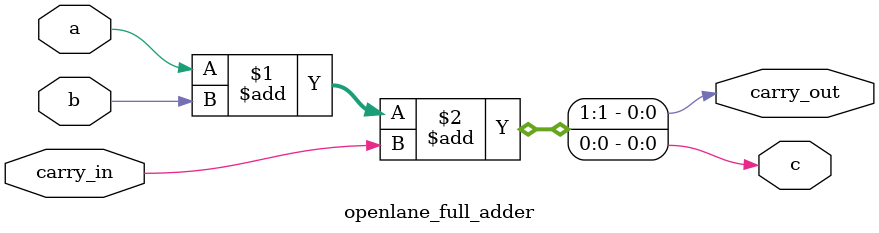
<source format=v>
module openlane_full_adder (
    input wire a,
    input wire b,
    input wire carry_in,
    output wire c,
    output wire carry_out
);

    assign {carry_out, c} = a + b + carry_in;

endmodule
</source>
